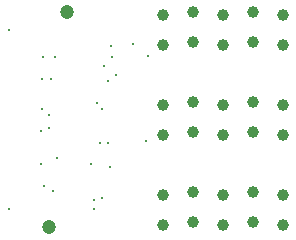
<source format=gbr>
%TF.GenerationSoftware,Altium Limited,Altium Designer,25.4.2 (15)*%
G04 Layer_Color=0*
%FSLAX45Y45*%
%MOMM*%
%TF.SameCoordinates,CEB5D3C2-0C51-4B95-AE11-DBC00170FBBE*%
%TF.FilePolarity,Positive*%
%TF.FileFunction,Plated,1,2,PTH,Drill*%
%TF.Part,Single*%
G01*
G75*
%TA.AperFunction,ComponentDrill*%
%ADD30C,1.00000*%
%ADD31C,1.20000*%
%TA.AperFunction,ViaDrill,NotFilled*%
%ADD32C,0.25400*%
D30*
X1946000Y462000D02*
D03*
X2200000Y488000D02*
D03*
X2454000Y462000D02*
D03*
X2708000Y488000D02*
D03*
X2962000Y462000D02*
D03*
X1946000Y716000D02*
D03*
X2200000Y742000D02*
D03*
X2454000Y716000D02*
D03*
X2708000Y742000D02*
D03*
X2962000Y716000D02*
D03*
X1946000Y1224000D02*
D03*
X2200000Y1250000D02*
D03*
X2454000Y1224000D02*
D03*
X2708000Y1250000D02*
D03*
X2962000Y1224000D02*
D03*
X1946000Y1478000D02*
D03*
X2200000Y1504000D02*
D03*
X2454000Y1478000D02*
D03*
X2708000Y1504000D02*
D03*
X2962000Y1478000D02*
D03*
X1946000Y1986000D02*
D03*
X2200000Y2012000D02*
D03*
X2454000Y1986000D02*
D03*
X2708000Y2012000D02*
D03*
X2962000Y1986000D02*
D03*
X1946000Y2240000D02*
D03*
X2200000Y2266000D02*
D03*
X2454000Y2240000D02*
D03*
X2708000Y2266000D02*
D03*
X2962000Y2240000D02*
D03*
D31*
X982999Y440002D02*
D03*
X1132999Y2260002D02*
D03*
D32*
X1550000Y1731943D02*
D03*
X1520000Y1880000D02*
D03*
X1478726Y1148583D02*
D03*
X1411959Y1150677D02*
D03*
X1800000Y1170166D02*
D03*
X979909Y1277873D02*
D03*
X979967Y1389914D02*
D03*
X917008Y1255387D02*
D03*
X924865Y1436851D02*
D03*
X1446073Y1800413D02*
D03*
X911878Y976428D02*
D03*
X640000Y2110000D02*
D03*
Y590000D02*
D03*
X1820000Y1890000D02*
D03*
X1360232Y669768D02*
D03*
X1341345Y972721D02*
D03*
X1434139Y1437840D02*
D03*
X1390643Y1491498D02*
D03*
X1482997Y1680543D02*
D03*
X1051228Y1028397D02*
D03*
X1692248Y1993519D02*
D03*
X996911Y1698393D02*
D03*
X1020000Y750000D02*
D03*
X1510000Y1970000D02*
D03*
X930000Y1880000D02*
D03*
X1030000D02*
D03*
X922469Y1698009D02*
D03*
X1430000Y690000D02*
D03*
X1360000Y590000D02*
D03*
X1500000Y950000D02*
D03*
X940613Y787443D02*
D03*
%TF.MD5,576f6189dc6849b302aed361aa3109d4*%
M02*

</source>
